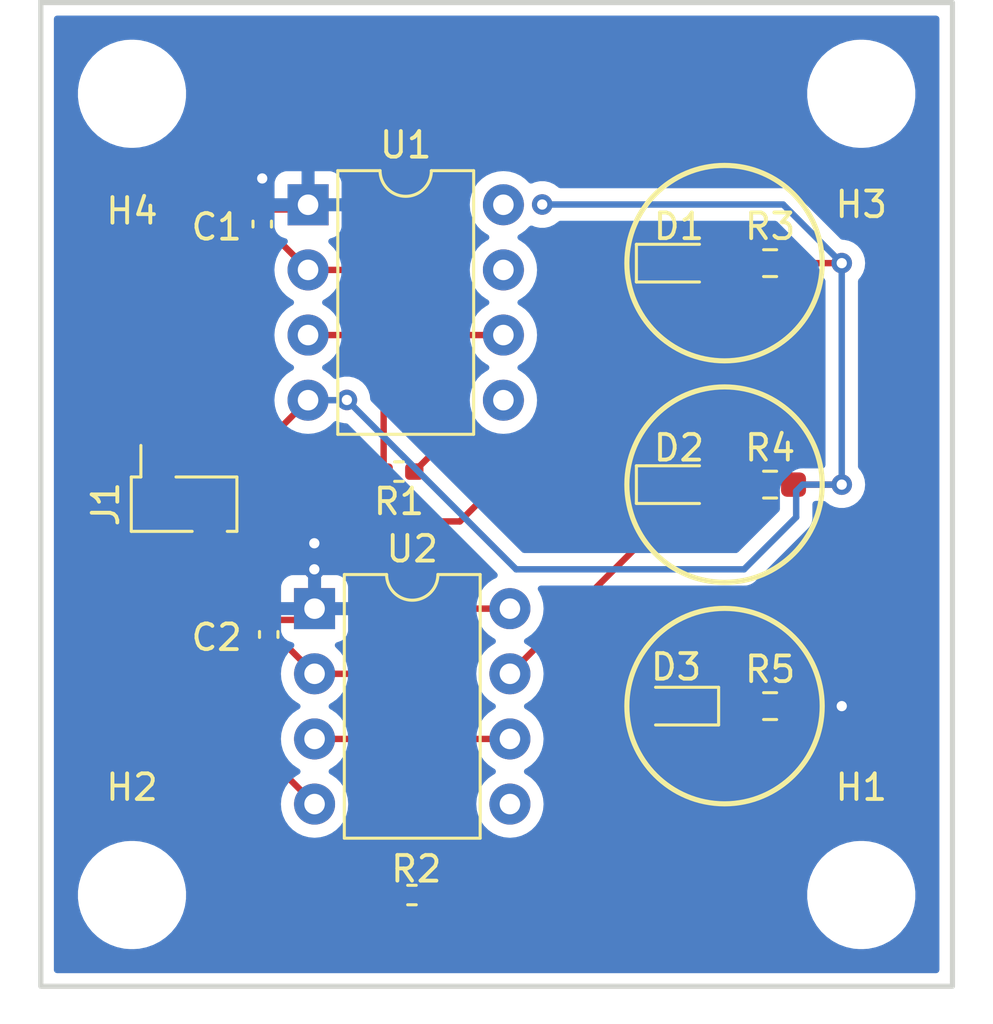
<source format=kicad_pcb>
(kicad_pcb (version 20211014) (generator pcbnew)
  (layers (0 "F.Cu" signal) (31 "B.Cu" signal) (34 "B.Paste" user) (35 "F.Paste" user) (36 "B.SilkS" user "B.Silkscreen") (37 "F.SilkS" user "F.Silkscreen") (38 "B.Mask" user) (39 "F.Mask" user) (44 "Edge.Cuts" user))
  (net 0 "")
  (net 1 "Net-(C1-Pad1)")
  (net 2 "GND")
  (net 3 "Net-(C2-Pad2)")
  (net 4 "RED")
  (net 5 "Net-(D1-Pad2)")
  (net 6 "YELLOW")
  (net 7 "Net-(D2-Pad2)")
  (net 8 "Net-(D3-Pad1)")
  (net 9 "GREEN")
  (net 10 "VCC")
  (footprint "Resistor_SMD:R_0402_1005Metric_Pad0.72x0.64mm_HandSolder" (layer "F.Cu") (at 29.21 33.528 180)
    (fp_text reference "R1" (at 0 -1.17) (layer "F.SilkS"))
    (fp_text value "100k")
    (fp_line (start -0.167621 -0.38) (end 0.167621 -0.38) (layer "F.SilkS") (width 0.12))
    (fp_line (start -0.167621 0.38) (end 0.167621 0.38) (layer "F.SilkS") (width 0.12))
    (pad "1" smd roundrect (at -0.5975 0 180) (size 0.715 0.64) (layers "F.Cu" "F.Paste" "F.Mask") (net 1 "Net-(C1-Pad1)"))
    (pad "2" smd roundrect (at 0.5975 0 180) (size 0.715 0.64) (layers "F.Cu" "F.Paste" "F.Mask") (net 4 "RED"))
  )
  (footprint "LED_SMD:LED_0603_1608Metric_Pad1.05x0.95mm_HandSolder" (layer "F.Cu") (at 40.132 34.036)
    (fp_text reference "D2" (at 0 -1.43) (layer "F.SilkS"))
    (fp_text value "YELLOW")
    (fp_line (start -1.66 -0.735) (end -1.66 0.735) (layer "F.SilkS") (width 0.12))
    (fp_line (start 0.8 -0.735) (end -1.66 -0.735) (layer "F.SilkS") (width 0.12))
    (fp_line (start -1.66 0.735) (end 0.8 0.735) (layer "F.SilkS") (width 0.12))
    (pad "1" smd roundrect (at -0.875 0) (size 1.05 0.95) (layers "F.Cu" "F.Paste" "F.Mask") (net 6 "YELLOW"))
    (pad "2" smd roundrect (at 0.875 0) (size 1.05 0.95) (layers "F.Cu" "F.Paste" "F.Mask") (net 7 "Net-(D2-Pad2)"))
  )
  (footprint "Resistor_SMD:R_0603_1608Metric_Pad0.98x0.95mm_HandSolder" (layer "F.Cu") (at 43.688 34.036)
    (fp_text reference "R4" (at 0 -1.43) (layer "F.SilkS"))
    (fp_text value "330")
    (fp_line (start -0.254724 0.5225) (end 0.254724 0.5225) (layer "F.SilkS") (width 0.12))
    (fp_line (start -0.254724 -0.5225) (end 0.254724 -0.5225) (layer "F.SilkS") (width 0.12))
    (pad "1" smd roundrect (at -0.9125 0) (size 0.975 0.95) (layers "F.Cu" "F.Paste" "F.Mask") (net 7 "Net-(D2-Pad2)"))
    (pad "2" smd roundrect (at 0.9125 0) (size 0.975 0.95) (layers "F.Cu" "F.Paste" "F.Mask") (net 10 "VCC"))
  )
  (footprint "Capacitor_SMD:C_0402_1005Metric_Pad0.74x0.62mm_HandSolder" (layer "F.Cu") (at 23.876 23.876 90)
    (fp_text reference "C1" (at -0.115835 -1.778 180) (layer "F.SilkS"))
    (fp_text value "100u")
    (fp_line (start -0.115835 -0.36) (end 0.115835 -0.36) (layer "F.SilkS") (width 0.12))
    (fp_line (start -0.115835 0.36) (end 0.115835 0.36) (layer "F.SilkS") (width 0.12))
    (pad "1" smd roundrect (at -0.5675 0 90) (size 0.735 0.62) (layers "F.Cu" "F.Paste" "F.Mask") (net 1 "Net-(C1-Pad1)"))
    (pad "2" smd roundrect (at 0.5675 0 90) (size 0.735 0.62) (layers "F.Cu" "F.Paste" "F.Mask") (net 2 "GND"))
  )
  (footprint "Resistor_SMD:R_0603_1608Metric_Pad0.98x0.95mm_HandSolder" (layer "F.Cu") (at 43.688 42.672)
    (fp_text reference "R5" (at 0 -1.43) (layer "F.SilkS"))
    (fp_text value "180")
    (fp_line (start -0.254724 -0.5225) (end 0.254724 -0.5225) (layer "F.SilkS") (width 0.12))
    (fp_line (start -0.254724 0.5225) (end 0.254724 0.5225) (layer "F.SilkS") (width 0.12))
    (pad "1" smd roundrect (at -0.9125 0) (size 0.975 0.95) (layers "F.Cu" "F.Paste" "F.Mask") (net 8 "Net-(D3-Pad1)"))
    (pad "2" smd roundrect (at 0.9125 0) (size 0.975 0.95) (layers "F.Cu" "F.Paste" "F.Mask") (net 2 "GND"))
  )
  (footprint "MountingHole:MountingHole_3.2mm_M3" (layer "F.Cu") (at 47.244 18.796)
    (fp_text reference "H3" (at 0 4.318) (layer "F.SilkS"))
    (fp_text value "MountingHole")
    (pad "" np_thru_hole circle (at 0 0) (size 3.2 3.2) (drill 3.2) (layers *.Cu *.Mask))
  )
  (footprint "LED_SMD:LED_0603_1608Metric_Pad1.05x0.95mm_HandSolder" (layer "F.Cu") (at 40.019 42.672 180)
    (fp_text reference "D3" (at 0 1.524) (layer "F.SilkS"))
    (fp_text value "GREEN")
    (fp_line (start -1.66 -0.735) (end -1.66 0.735) (layer "F.SilkS") (width 0.12))
    (fp_line (start -1.66 0.735) (end 0.8 0.735) (layer "F.SilkS") (width 0.12))
    (fp_line (start 0.8 -0.735) (end -1.66 -0.735) (layer "F.SilkS") (width 0.12))
    (pad "1" smd roundrect (at -0.875 0 180) (size 1.05 0.95) (layers "F.Cu" "F.Paste" "F.Mask") (net 8 "Net-(D3-Pad1)"))
    (pad "2" smd roundrect (at 0.875 0 180) (size 1.05 0.95) (layers "F.Cu" "F.Paste" "F.Mask") (net 9 "GREEN"))
  )
  (footprint "MountingHole:MountingHole_3.2mm_M3" (layer "F.Cu") (at 18.796 18.796)
    (fp_text reference "H4" (at 0 4.572) (layer "F.SilkS"))
    (fp_text value "MountingHole")
    (pad "" np_thru_hole circle (at 0 0) (size 3.2 3.2) (drill 3.2) (layers *.Cu *.Mask))
  )
  (footprint "MountingHole:MountingHole_3.2mm_M3" (layer "F.Cu") (at 47.244 50.038)
    (fp_text reference "H1" (at 0 -4.2) (layer "F.SilkS"))
    (fp_text value "MountingHole")
    (pad "" np_thru_hole circle (at 0 0) (size 3.2 3.2) (drill 3.2) (layers *.Cu *.Mask))
  )
  (footprint "MountingHole:MountingHole_3.2mm_M3" (layer "F.Cu") (at 18.796 50.038)
    (fp_text reference "H2" (at 0 -4.2) (layer "F.SilkS"))
    (fp_text value "MountingHole")
    (pad "" np_thru_hole circle (at 0 0) (size 3.2 3.2) (drill 3.2) (layers *.Cu *.Mask))
  )
  (footprint "Capacitor_SMD:C_0402_1005Metric_Pad0.74x0.62mm_HandSolder" (layer "F.Cu") (at 24.13 39.878 -90)
    (fp_text reference "C2" (at 0.115835 2.032 180) (layer "F.SilkS"))
    (fp_text value "100u")
    (fp_line (start -0.115835 0.36) (end 0.115835 0.36) (layer "F.SilkS") (width 0.12))
    (fp_line (start -0.115835 -0.36) (end 0.115835 -0.36) (layer "F.SilkS") (width 0.12))
    (pad "1" smd roundrect (at -0.5675 0 270) (size 0.735 0.62) (layers "F.Cu" "F.Paste" "F.Mask") (net 2 "GND"))
    (pad "2" smd roundrect (at 0.5675 0 270) (size 0.735 0.62) (layers "F.Cu" "F.Paste" "F.Mask") (net 3 "Net-(C2-Pad2)"))
  )
  (footprint "Resistor_SMD:R_0402_1005Metric_Pad0.72x0.64mm_HandSolder" (layer "F.Cu") (at 29.718 50.038 180)
    (fp_text reference "R2" (at -0.167621 1.016) (layer "F.SilkS"))
    (fp_text value "47k")
    (fp_line (start -0.167621 0.38) (end 0.167621 0.38) (layer "F.SilkS") (width 0.12))
    (fp_line (start -0.167621 -0.38) (end 0.167621 -0.38) (layer "F.SilkS") (width 0.12))
    (pad "1" smd roundrect (at -0.5975 0 180) (size 0.715 0.64) (layers "F.Cu" "F.Paste" "F.Mask") (net 3 "Net-(C2-Pad2)"))
    (pad "2" smd roundrect (at 0.5975 0 180) (size 0.715 0.64) (layers "F.Cu" "F.Paste" "F.Mask") (net 9 "GREEN"))
  )
  (footprint "LED_SMD:LED_0603_1608Metric_Pad1.05x0.95mm_HandSolder" (layer "F.Cu") (at 40.132 25.4)
    (fp_text reference "D1" (at 0 -1.43) (layer "F.SilkS"))
    (fp_text value "RED")
    (fp_line (start -1.66 0.735) (end 0.8 0.735) (layer "F.SilkS") (width 0.12))
    (fp_line (start 0.8 -0.735) (end -1.66 -0.735) (layer "F.SilkS") (width 0.12))
    (fp_line (start -1.66 -0.735) (end -1.66 0.735) (layer "F.SilkS") (width 0.12))
    (pad "1" smd roundrect (at -0.875 0) (size 1.05 0.95) (layers "F.Cu" "F.Paste" "F.Mask") (net 4 "RED"))
    (pad "2" smd roundrect (at 0.875 0) (size 1.05 0.95) (layers "F.Cu" "F.Paste" "F.Mask") (net 5 "Net-(D1-Pad2)"))
  )
  (footprint "Package_DIP:DIP-8_W7.62mm" (layer "F.Cu") (at 25.664 23.124)
    (fp_text reference "U1" (at 3.81 -2.33) (layer "F.SilkS"))
    (fp_text value "NE555P")
    (fp_line (start 1.16 8.95) (end 6.46 8.95) (layer "F.SilkS") (width 0.12))
    (fp_line (start 6.46 -1.33) (end 4.81 -1.33) (layer "F.SilkS") (width 0.12))
    (fp_line (start 6.46 8.95) (end 6.46 -1.33) (layer "F.SilkS") (width 0.12))
    (fp_line (start 1.16 -1.33) (end 1.16 8.95) (layer "F.SilkS") (width 0.12))
    (fp_line (start 2.81 -1.33) (end 1.16 -1.33) (layer "F.SilkS") (width 0.12))
    (fp_arc (start 4.81 -1.33) (mid 3.81 -0.33) (end 2.81 -1.33) (layer "F.SilkS") (width 0.12))
    (pad "1" thru_hole rect (at 0 0) (size 1.6 1.6) (drill 0.8) (layers *.Cu *.Mask) (net 2 "GND"))
    (pad "2" thru_hole oval (at 0 2.54) (size 1.6 1.6) (drill 0.8) (layers *.Cu *.Mask) (net 1 "Net-(C1-Pad1)"))
    (pad "3" thru_hole oval (at 0 5.08) (size 1.6 1.6) (drill 0.8) (layers *.Cu *.Mask) (net 4 "RED"))
    (pad "4" thru_hole oval (at 0 7.62) (size 1.6 1.6) (drill 0.8) (layers *.Cu *.Mask) (net 10 "VCC"))
    (pad "5" thru_hole oval (at 7.62 7.62) (size 1.6 1.6) (drill 0.8) (layers *.Cu *.Mask))
    (pad "6" thru_hole oval (at 7.62 5.08) (size 1.6 1.6) (drill 0.8) (layers *.Cu *.Mask) (net 1 "Net-(C1-Pad1)"))
    (pad "7" thru_hole oval (at 7.62 2.54) (size 1.6 1.6) (drill 0.8) (layers *.Cu *.Mask))
    (pad "8" thru_hole oval (at 7.62 0) (size 1.6 1.6) (drill 0.8) (layers *.Cu *.Mask) (net 10 "VCC"))
  )
  (footprint "Package_DIP:DIP-8_W7.62mm" (layer "F.Cu") (at 25.918 38.872)
    (fp_text reference "U2" (at 3.81 -2.33) (layer "F.SilkS"))
    (fp_text value "NE555P")
    (fp_line (start 1.16 8.95) (end 6.46 8.95) (layer "F.SilkS") (width 0.12))
    (fp_line (start 6.46 -1.33) (end 4.81 -1.33) (layer "F.SilkS") (width 0.12))
    (fp_line (start 6.46 8.95) (end 6.46 -1.33) (layer "F.SilkS") (width 0.12))
    (fp_line (start 2.81 -1.33) (end 1.16 -1.33) (layer "F.SilkS") (width 0.12))
    (fp_line (start 1.16 -1.33) (end 1.16 8.95) (layer "F.SilkS") (width 0.12))
    (fp_arc (start 4.81 -1.33) (mid 3.81 -0.33) (end 2.81 -1.33) (layer "F.SilkS") (width 0.12))
    (pad "1" thru_hole rect (at 0 0) (size 1.6 1.6) (drill 0.8) (layers *.Cu *.Mask) (net 2 "GND"))
    (pad "2" thru_hole oval (at 0 2.54) (size 1.6 1.6) (drill 0.8) (layers *.Cu *.Mask) (net 3 "Net-(C2-Pad2)"))
    (pad "3" thru_hole oval (at 0 5.08) (size 1.6 1.6) (drill 0.8) (layers *.Cu *.Mask) (net 9 "GREEN"))
    (pad "4" thru_hole oval (at 0 7.62) (size 1.6 1.6) (drill 0.8) (layers *.Cu *.Mask) (net 10 "VCC"))
    (pad "5" thru_hole oval (at 7.62 7.62) (size 1.6 1.6) (drill 0.8) (layers *.Cu *.Mask))
    (pad "6" thru_hole oval (at 7.62 5.08) (size 1.6 1.6) (drill 0.8) (layers *.Cu *.Mask) (net 3 "Net-(C2-Pad2)"))
    (pad "7" thru_hole oval (at 7.62 2.54) (size 1.6 1.6) (drill 0.8) (layers *.Cu *.Mask) (net 6 "YELLOW"))
    (pad "8" thru_hole oval (at 7.62 0) (size 1.6 1.6) (drill 0.8) (layers *.Cu *.Mask) (net 4 "RED"))
  )
  (footprint "Resistor_SMD:R_0603_1608Metric_Pad0.98x0.95mm_HandSolder" (layer "F.Cu") (at 43.688 25.4)
    (fp_text reference "R3" (at 0 -1.43) (layer "F.SilkS"))
    (fp_text value "330")
    (fp_line (start -0.254724 -0.5225) (end 0.254724 -0.5225) (layer "F.SilkS") (width 0.12))
    (fp_line (start -0.254724 0.5225) (end 0.254724 0.5225) (layer "F.SilkS") (width 0.12))
    (pad "1" smd roundrect (at -0.9125 0) (size 0.975 0.95) (layers "F.Cu" "F.Paste" "F.Mask") (net 5 "Net-(D1-Pad2)"))
    (pad "2" smd roundrect (at 0.9125 0) (size 0.975 0.95) (layers "F.Cu" "F.Paste" "F.Mask") (net 10 "VCC"))
  )
  (footprint "Connector_PinHeader_2.00mm:PinHeader_1x02_P2.00mm_Vertical_SMD_Pin1Right" (layer "F.Cu") (at 20.828 34.798 90)
    (fp_text reference "J1" (at 0 -3.06 90) (layer "F.SilkS"))
    (fp_text value "Conn_01x02_Female")
    (fp_line (start -1.06 1.685) (end -1.06 2.06) (layer "F.SilkS") (width 0.12))
    (fp_line (start -1.06 -2.06) (end 1.06 -2.06) (layer "F.SilkS") (width 0.12))
    (fp_line (start 1.06 -2.06) (end 1.06 -1.685) (layer "F.SilkS") (width 0.12))
    (fp_line (start 1.06 -0.315) (end 1.06 2.06) (layer "F.SilkS") (width 0.12))
    (fp_line (start -1.06 -2.06) (end -1.06 0.315) (layer "F.SilkS") (width 0.12))
    (fp_line (start 1.06 -1.685) (end 2.29 -1.685) (layer "F.SilkS") (width 0.12))
    (fp_line (start -1.06 2.06) (end 1.06 2.06) (layer "F.SilkS") (width 0.12))
    (pad "1" smd rect (at 1.175 -1 90) (size 2.35 0.85) (layers "F.Cu" "F.Paste" "F.Mask") (net 10 "VCC"))
    (pad "2" smd rect (at -1.175 1 90) (size 2.35 0.85) (layers "F.Cu" "F.Paste" "F.Mask") (net 2 "GND"))
  )
  (gr_circle (center 41.91 34.036) (end 45.72 34.036) (layer "F.SilkS") (width 0.2) (fill none))
  (gr_circle (center 41.91 42.672) (end 45.72 42.672) (layer "F.SilkS") (width 0.2) (fill none))
  (gr_circle (center 41.91 25.4) (end 45.72 25.4) (layer "F.SilkS") (width 0.2) (fill none))
  (gr_rect (start 15.24 15.24) (end 50.8 53.594) (layer "Edge.Cuts") (width 0.2) (fill none))
  (segment (start 30.49 28.204) (end 33.284 28.204) (width 0.25) (layer "F.Cu") (net 1))
  (segment (start 24.4435 24.4435) (end 25.664 25.664) (width 0.25) (layer "F.Cu") (net 1))
  (segment (start 28.458 25.664) (end 30.48 27.686) (width 0.25) (layer "F.Cu") (net 1))
  (segment (start 30.48 28.194) (end 30.49 28.204) (width 0.25) (layer "F.Cu") (net 1))
  (segment (start 30.48 32.8555) (end 29.8075 33.528) (width 0.25) (layer "F.Cu") (net 1))
  (segment (start 23.876 24.4435) (end 24.4435 24.4435) (width 0.25) (layer "F.Cu") (net 1))
  (segment (start 30.48 27.686) (end 30.48 28.194) (width 0.25) (layer "F.Cu") (net 1))
  (segment (start 30.48 28.194) (end 30.48 32.8555) (width 0.25) (layer "F.Cu") (net 1))
  (segment (start 25.664 25.664) (end 28.458 25.664) (width 0.25) (layer "F.Cu") (net 1))
  (segment (start 24.13 39.3105) (end 25.4795 39.3105) (width 0.25) (layer "F.Cu") (net 2))
  (segment (start 23.876 23.3085) (end 25.4795 23.3085) (width 0.25) (layer "F.Cu") (net 2))
  (segment (start 23.876 22.098) (end 23.876 23.3085) (width 0.25) (layer "F.Cu") (net 2))
  (segment (start 25.918 38.872) (end 25.918 37.348) (width 0.25) (layer "F.Cu") (net 2))
  (segment (start 21.828 35.973) (end 25.559 35.973) (width 0.25) (layer "F.Cu") (net 2))
  (segment (start 25.4795 39.3105) (end 25.918 38.872) (width 0.25) (layer "F.Cu") (net 2))
  (segment (start 25.559 35.973) (end 25.908 36.322) (width 0.25) (layer "F.Cu") (net 2))
  (segment (start 25.4795 23.3085) (end 25.664 23.124) (width 0.25) (layer "F.Cu") (net 2))
  (segment (start 44.6005 42.672) (end 46.482 42.672) (width 0.25) (layer "F.Cu") (net 2))
  (segment (start 25.918 37.348) (end 25.908 37.338) (width 0.25) (layer "F.Cu") (net 2))
  (via (at 46.482 42.672) (size 0.8) (drill 0.4) (layers "F.Cu" "B.Cu") (net 2))
  (via (at 23.876 22.098) (size 0.8) (drill 0.4) (layers "F.Cu" "B.Cu") (net 2))
  (via (at 25.908 36.322) (size 0.8) (drill 0.4) (layers "F.Cu" "B.Cu") (net 2))
  (via (at 25.908 37.338) (size 0.8) (drill 0.4) (layers "F.Cu" "B.Cu") (net 2))
  (segment (start 24.13 40.4455) (end 24.9515 40.4455) (width 0.25) (layer "F.Cu") (net 3))
  (segment (start 25.918 41.412) (end 28.712 41.412) (width 0.25) (layer "F.Cu") (net 3))
  (segment (start 30.48 43.942) (end 30.48 49.8735) (width 0.25) (layer "F.Cu") (net 3))
  (segment (start 30.49 43.952) (end 33.538 43.952) (width 0.25) (layer "F.Cu") (net 3))
  (segment (start 24.9515 40.4455) (end 25.918 41.412) (width 0.25) (layer "F.Cu") (net 3))
  (segment (start 30.48 43.18) (end 30.48 43.942) (width 0.25) (layer "F.Cu") (net 3))
  (segment (start 30.48 43.942) (end 30.49 43.952) (width 0.25) (layer "F.Cu") (net 3))
  (segment (start 28.712 41.412) (end 30.48 43.18) (width 0.25) (layer "F.Cu") (net 3))
  (segment (start 30.48 49.8735) (end 30.3155 50.038) (width 0.25) (layer "F.Cu") (net 3))
  (segment (start 27.95 28.204) (end 28.6125 28.8665) (width 0.25) (layer "F.Cu") (net 4))
  (segment (start 39.37 27.686) (end 39.37 25.513) (width 0.25) (layer "F.Cu") (net 4))
  (segment (start 28.6125 35.4705) (end 28.6125 36.9945) (width 0.25) (layer "F.Cu") (net 4))
  (segment (start 28.6125 28.8665) (end 28.6125 33.528) (width 0.25) (layer "F.Cu") (net 4))
  (segment (start 25.664 28.204) (end 27.95 28.204) (width 0.25) (layer "F.Cu") (net 4))
  (segment (start 28.6125 36.9945) (end 30.49 38.872) (width 0.25) (layer "F.Cu") (net 4))
  (segment (start 39.37 25.513) (end 39.257 25.4) (width 0.25) (layer "F.Cu") (net 4))
  (segment (start 28.6125 33.528) (end 28.6125 35.4705) (width 0.25) (layer "F.Cu") (net 4))
  (segment (start 31.5855 35.4705) (end 39.37 27.686) (width 0.25) (layer "F.Cu") (net 4))
  (segment (start 28.6125 35.4705) (end 31.5855 35.4705) (width 0.25) (layer "F.Cu") (net 4))
  (segment (start 30.49 38.872) (end 33.538 38.872) (width 0.25) (layer "F.Cu") (net 4))
  (segment (start 41.007 25.4) (end 42.7755 25.4) (width 0.25) (layer "F.Cu") (net 5))
  (segment (start 39.257 35.693) (end 39.257 34.036) (width 0.25) (layer "F.Cu") (net 6))
  (segment (start 33.538 41.412) (end 39.257 35.693) (width 0.25) (layer "F.Cu") (net 6))
  (segment (start 41.007 34.036) (end 42.7755 34.036) (width 0.25) (layer "F.Cu") (net 7))
  (segment (start 40.894 42.672) (end 42.7755 42.672) (width 0.25) (layer "F.Cu") (net 8))
  (segment (start 25.918 43.952) (end 27.696 43.952) (width 0.25) (layer "F.Cu") (net 9))
  (segment (start 29.1205 50.7105) (end 29.1205 50.038) (width 0.25) (layer "F.Cu") (net 9))
  (segment (start 32.766 51.308) (end 39.144 44.93) (width 0.25) (layer "F.Cu") (net 9))
  (segment (start 28.956 45.212) (end 28.956 49.8735) (width 0.25) (layer "F.Cu") (net 9))
  (segment (start 27.696 43.952) (end 28.956 45.212) (width 0.25) (layer "F.Cu") (net 9))
  (segment (start 28.956 49.8735) (end 29.1205 50.038) (width 0.25) (layer "F.Cu") (net 9))
  (segment (start 29.718 51.308) (end 32.766 51.308) (width 0.25) (layer "F.Cu") (net 9))
  (segment (start 39.144 44.93) (end 39.144 42.672) (width 0.25) (layer "F.Cu") (net 9))
  (segment (start 29.718 51.308) (end 29.1205 50.7105) (width 0.25) (layer "F.Cu") (net 9))
  (segment (start 19.828 33.623) (end 19.828 40.402) (width 0.25) (layer "F.Cu") (net 10))
  (segment (start 22.785 33.623) (end 25.664 30.744) (width 0.25) (layer "F.Cu") (net 10))
  (segment (start 44.6005 25.4) (end 46.482 25.4) (width 0.25) (layer "F.Cu") (net 10))
  (segment (start 19.828 40.402) (end 25.918 46.492) (width 0.25) (layer "F.Cu") (net 10))
  (segment (start 19.828 33.623) (end 22.785 33.623) (width 0.25) (layer "F.Cu") (net 10))
  (segment (start 44.6005 34.036) (end 46.482 34.036) (width 0.25) (layer "F.Cu") (net 10))
  (via (at 46.482 34.036) (size 0.8) (drill 0.4) (layers "F.Cu" "B.Cu") (net 10))
  (via (at 34.798 23.114) (size 0.8) (drill 0.4) (layers "F.Cu" "B.Cu") (net 10))
  (via (at 27.178 30.734) (size 0.8) (drill 0.4) (layers "F.Cu" "B.Cu") (net 10))
  (via (at 46.482 25.4) (size 0.8) (drill 0.4) (layers "F.Cu" "B.Cu") (net 10))
  (segment (start 42.672 37.338) (end 44.704 35.306) (width 0.25) (layer "B.Cu") (net 10))
  (segment (start 25.664 30.744) (end 27.168 30.744) (width 0.25) (layer "B.Cu") (net 10))
  (segment (start 44.704 34.29) (end 44.958 34.036) (width 0.25) (layer "B.Cu") (net 10))
  (segment (start 44.196 23.114) (end 34.798 23.114) (width 0.25) (layer "B.Cu") (net 10))
  (segment (start 27.168 30.744) (end 27.178 30.734) (width 0.25) (layer "B.Cu") (net 10))
  (segment (start 44.958 34.036) (end 46.482 34.036) (width 0.25) (layer "B.Cu") (net 10))
  (segment (start 27.178 30.734) (end 33.782 37.338) (width 0.25) (layer "B.Cu") (net 10))
  (segment (start 46.482 25.4) (end 44.196 23.114) (width 0.25) (layer "B.Cu") (net 10))
  (segment (start 46.482 25.4) (end 46.482 34.036) (width 0.25) (layer "B.Cu") (net 10))
  (segment (start 33.782 37.338) (end 42.672 37.338) (width 0.25) (layer "B.Cu") (net 10))
  (segment (start 44.704 35.306) (end 44.704 34.29) (width 0.25) (layer "B.Cu") (net 10))
  (zone (net 2) (net_name "GND") (layer "B.Cu") (connect_pads (clearance 0.508)) (min_thickness 0.254) (fill yes (thermal_gap 0.508) (thermal_bridge_width 0.508))
    (polygon (pts (xy 50.8 53.594) (xy 15.24 53.594) (xy 15.24 15.24) (xy 50.8 15.24)))
  )
)
</source>
